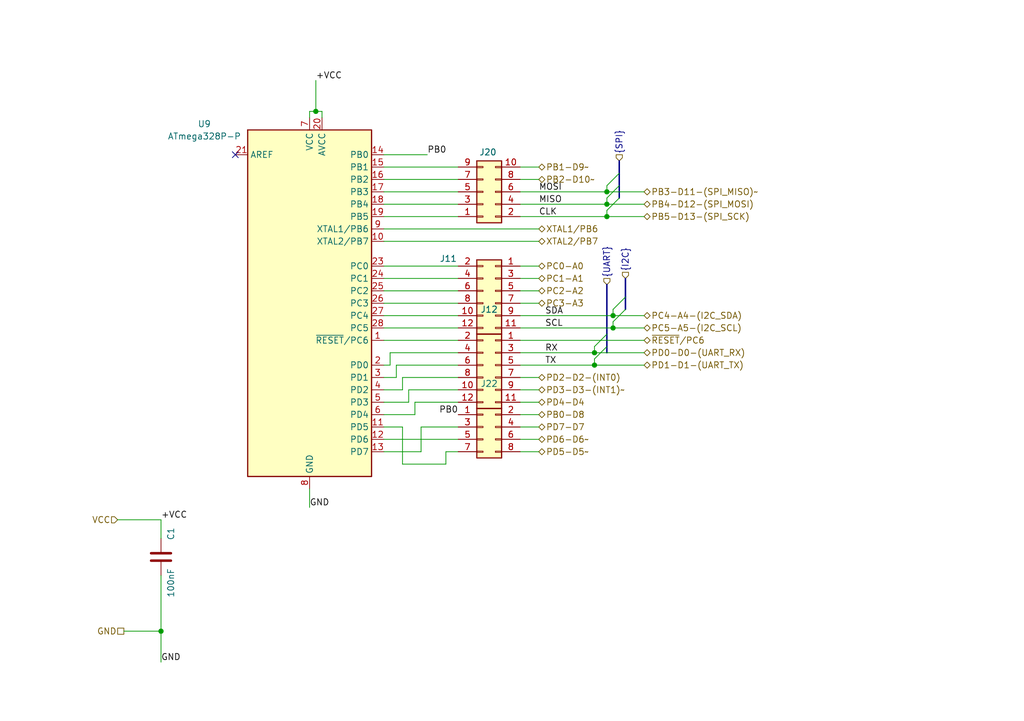
<source format=kicad_sch>
(kicad_sch (version 20231120) (generator "eeschema") (generator_version "8.0")
  (paper "A5")
  (title_block (title "MCU interfaces") (date "2024-04-17") (rev "1.0"))
  (lib_symbols
    (symbol "Connector_Generic:Conn_02x04_Odd_Even" (pin_names (offset 1.016) hide)
      (property "Reference" "J" (at 1.27 5.08 0))
      (property "Value" "Conn_02x04_Odd_Even" (at 1.27 -7.62 0))
      (symbol "Conn_02x04_Odd_Even_1_1"
        (rectangle (start -1.27 -4.953) (end 0 -5.207) (stroke (width 0.1524)))
        (rectangle (start -1.27 -2.413) (end 0 -2.667) (stroke (width 0.1524)))
        (rectangle (start -1.27 0.127) (end 0 -0.127) (stroke (width 0.1524)))
        (rectangle (start -1.27 2.667) (end 0 2.413) (stroke (width 0.1524)))
        (rectangle (start -1.27 3.81) (end 3.81 -6.35) (stroke (width 0.254)) (fill (type background)))
        (rectangle (start 3.81 -4.953) (end 2.54 -5.207) (stroke (width 0.1524)))
        (rectangle (start 3.81 -2.413) (end 2.54 -2.667) (stroke (width 0.1524)))
        (rectangle (start 3.81 0.127) (end 2.54 -0.127) (stroke (width 0.1524)))
        (rectangle (start 3.81 2.667) (end 2.54 2.413) (stroke (width 0.1524)))
        (pin passive line (at -5.08 2.54 0) (length 3.81) (name "Pin_1") (number "1"))
        (pin passive line (at 7.62 2.54 180) (length 3.81) (name "Pin_2") (number "2"))
        (pin passive line (at -5.08 0 0) (length 3.81) (name "Pin_3") (number "3"))
        (pin passive line (at 7.62 0 180) (length 3.81) (name "Pin_4") (number "4"))
        (pin passive line (at -5.08 -2.54 0) (length 3.81) (name "Pin_5") (number "5"))
        (pin passive line (at 7.62 -2.54 180) (length 3.81) (name "Pin_6") (number "6"))
        (pin passive line (at -5.08 -5.08 0) (length 3.81) (name "Pin_7") (number "7"))
        (pin passive line (at 7.62 -5.08 180) (length 3.81) (name "Pin_8") (number "8"))
      )
    )
    (symbol "Connector_Generic:Conn_02x05_Odd_Even" (pin_names (offset 1.016) hide)
      (property "Reference" "J" (at 1.27 7.62 0))
      (property "Value" "Conn_02x05_Odd_Even" (at 1.27 -7.62 0))
      (symbol "Conn_02x05_Odd_Even_1_1"
        (rectangle (start -1.27 -4.953) (end 0 -5.207) (stroke (width 0.1524)))
        (rectangle (start -1.27 -2.413) (end 0 -2.667) (stroke (width 0.1524)))
        (rectangle (start -1.27 0.127) (end 0 -0.127) (stroke (width 0.1524)))
        (rectangle (start -1.27 2.667) (end 0 2.413) (stroke (width 0.1524)))
        (rectangle (start -1.27 5.207) (end 0 4.953) (stroke (width 0.1524)))
        (rectangle (start -1.27 6.35) (end 3.81 -6.35) (stroke (width 0.254)) (fill (type background)))
        (rectangle (start 3.81 -4.953) (end 2.54 -5.207) (stroke (width 0.1524)))
        (rectangle (start 3.81 -2.413) (end 2.54 -2.667) (stroke (width 0.1524)))
        (rectangle (start 3.81 0.127) (end 2.54 -0.127) (stroke (width 0.1524)))
        (rectangle (start 3.81 2.667) (end 2.54 2.413) (stroke (width 0.1524)))
        (rectangle (start 3.81 5.207) (end 2.54 4.953) (stroke (width 0.1524)))
        (pin passive line (at -5.08 5.08 0) (length 3.81) (name "Pin_1") (number "1"))
        (pin passive line (at 7.62 -5.08 180) (length 3.81) (name "Pin_10") (number "10"))
        (pin passive line (at 7.62 5.08 180) (length 3.81) (name "Pin_2") (number "2"))
        (pin passive line (at -5.08 2.54 0) (length 3.81) (name "Pin_3") (number "3"))
        (pin passive line (at 7.62 2.54 180) (length 3.81) (name "Pin_4") (number "4"))
        (pin passive line (at -5.08 0 0) (length 3.81) (name "Pin_5") (number "5"))
        (pin passive line (at 7.62 0 180) (length 3.81) (name "Pin_6") (number "6"))
        (pin passive line (at -5.08 -2.54 0) (length 3.81) (name "Pin_7") (number "7"))
        (pin passive line (at 7.62 -2.54 180) (length 3.81) (name "Pin_8") (number "8"))
        (pin passive line (at -5.08 -5.08 0) (length 3.81) (name "Pin_9") (number "9"))
      )
    )
    (symbol "Connector_Generic:Conn_02x06_Odd_Even" (pin_names (offset 1.016) hide)
      (property "Reference" "J" (at 1.27 7.62 0))
      (property "Value" "Conn_02x06_Odd_Even" (at 1.27 -10.16 0))
      (symbol "Conn_02x06_Odd_Even_1_1"
        (rectangle (start -1.27 -7.493) (end 0 -7.747) (stroke (width 0.1524)))
        (rectangle (start -1.27 -4.953) (end 0 -5.207) (stroke (width 0.1524)))
        (rectangle (start -1.27 -2.413) (end 0 -2.667) (stroke (width 0.1524)))
        (rectangle (start -1.27 0.127) (end 0 -0.127) (stroke (width 0.1524)))
        (rectangle (start -1.27 2.667) (end 0 2.413) (stroke (width 0.1524)))
        (rectangle (start -1.27 5.207) (end 0 4.953) (stroke (width 0.1524)))
        (rectangle (start -1.27 6.35) (end 3.81 -8.89) (stroke (width 0.254)) (fill (type background)))
        (rectangle (start 3.81 -7.493) (end 2.54 -7.747) (stroke (width 0.1524)))
        (rectangle (start 3.81 -4.953) (end 2.54 -5.207) (stroke (width 0.1524)))
        (rectangle (start 3.81 -2.413) (end 2.54 -2.667) (stroke (width 0.1524)))
        (rectangle (start 3.81 0.127) (end 2.54 -0.127) (stroke (width 0.1524)))
        (rectangle (start 3.81 2.667) (end 2.54 2.413) (stroke (width 0.1524)))
        (rectangle (start 3.81 5.207) (end 2.54 4.953) (stroke (width 0.1524)))
        (pin passive line (at -5.08 5.08 0) (length 3.81) (name "Pin_1") (number "1"))
        (pin passive line (at 7.62 -5.08 180) (length 3.81) (name "Pin_10") (number "10"))
        (pin passive line (at -5.08 -7.62 0) (length 3.81) (name "Pin_11") (number "11"))
        (pin passive line (at 7.62 -7.62 180) (length 3.81) (name "Pin_12") (number "12"))
        (pin passive line (at 7.62 5.08 180) (length 3.81) (name "Pin_2") (number "2"))
        (pin passive line (at -5.08 2.54 0) (length 3.81) (name "Pin_3") (number "3"))
        (pin passive line (at 7.62 2.54 180) (length 3.81) (name "Pin_4") (number "4"))
        (pin passive line (at -5.08 0 0) (length 3.81) (name "Pin_5") (number "5"))
        (pin passive line (at 7.62 0 180) (length 3.81) (name "Pin_6") (number "6"))
        (pin passive line (at -5.08 -2.54 0) (length 3.81) (name "Pin_7") (number "7"))
        (pin passive line (at 7.62 -2.54 180) (length 3.81) (name "Pin_8") (number "8"))
        (pin passive line (at -5.08 -5.08 0) (length 3.81) (name "Pin_9") (number "9"))
      )
    )
    (symbol "Device:C" (pin_numbers hide) (pin_names (offset 0.254))
      (property "Reference" "C" (at 0.635 2.54 0))
      (property "Value" "C" (at 0.635 -2.54 0))
      (symbol "C_0_1"
        (polyline (pts (xy -2.032 -0.762) (xy 2.032 -0.762)) (stroke (width 0.508)))
        (polyline (pts (xy -2.032 0.762) (xy 2.032 0.762)) (stroke (width 0.508)))
      )
      (symbol "C_1_1"
        (pin passive line (at 0 3.81 270) (length 2.794) (name "~") (number "1"))
        (pin passive line (at 0 -3.81 90) (length 2.794) (name "~") (number "2"))
      )
    )
    (symbol "MCU_Microchip_ATmega:ATmega328P-P"
      (property "Reference" "U" (at -12.7 36.83 0))
      (property "Value" "ATmega328P-P" (at 2.54 -36.83 0))
      (symbol "ATmega328P-P_0_1"
        (rectangle (start -12.7 -35.56) (end 12.7 35.56) (stroke (width 0.254)) (fill (type background)))
      )
      (symbol "ATmega328P-P_1_1"
        (pin bidirectional line (at 15.24 -7.62 180) (length 2.54) (name "~{RESET}/PC6") (number "1"))
        (pin bidirectional line (at 15.24 12.7 180) (length 2.54) (name "XTAL2/PB7") (number "10"))
        (pin bidirectional line (at 15.24 -25.4 180) (length 2.54) (name "PD5") (number "11"))
        (pin bidirectional line (at 15.24 -27.94 180) (length 2.54) (name "PD6") (number "12"))
        (pin bidirectional line (at 15.24 -30.48 180) (length 2.54) (name "PD7") (number "13"))
        (pin bidirectional line (at 15.24 30.48 180) (length 2.54) (name "PB0") (number "14"))
        (pin bidirectional line (at 15.24 27.94 180) (length 2.54) (name "PB1") (number "15"))
        (pin bidirectional line (at 15.24 25.4 180) (length 2.54) (name "PB2") (number "16"))
        (pin bidirectional line (at 15.24 22.86 180) (length 2.54) (name "PB3") (number "17"))
        (pin bidirectional line (at 15.24 20.32 180) (length 2.54) (name "PB4") (number "18"))
        (pin bidirectional line (at 15.24 17.78 180) (length 2.54) (name "PB5") (number "19"))
        (pin bidirectional line (at 15.24 -12.7 180) (length 2.54) (name "PD0") (number "2"))
        (pin power_in line (at 2.54 38.1 270) (length 2.54) (name "AVCC") (number "20"))
        (pin passive line (at -15.24 30.48 0) (length 2.54) (name "AREF") (number "21"))
        (pin passive line (at 0 -38.1 90) (length 2.54) hide (name "GND") (number "22"))
        (pin bidirectional line (at 15.24 7.62 180) (length 2.54) (name "PC0") (number "23"))
        (pin bidirectional line (at 15.24 5.08 180) (length 2.54) (name "PC1") (number "24"))
        (pin bidirectional line (at 15.24 2.54 180) (length 2.54) (name "PC2") (number "25"))
        (pin bidirectional line (at 15.24 0 180) (length 2.54) (name "PC3") (number "26"))
        (pin bidirectional line (at 15.24 -2.54 180) (length 2.54) (name "PC4") (number "27"))
        (pin bidirectional line (at 15.24 -5.08 180) (length 2.54) (name "PC5") (number "28"))
        (pin bidirectional line (at 15.24 -15.24 180) (length 2.54) (name "PD1") (number "3"))
        (pin bidirectional line (at 15.24 -17.78 180) (length 2.54) (name "PD2") (number "4"))
        (pin bidirectional line (at 15.24 -20.32 180) (length 2.54) (name "PD3") (number "5"))
        (pin bidirectional line (at 15.24 -22.86 180) (length 2.54) (name "PD4") (number "6"))
        (pin power_in line (at 0 38.1 270) (length 2.54) (name "VCC") (number "7"))
        (pin power_in line (at 0 -38.1 90) (length 2.54) (name "GND") (number "8"))
        (pin bidirectional line (at 15.24 15.24 180) (length 2.54) (name "XTAL1/PB6") (number "9"))
      )
    )
  )
  (junction (at 124.46 39.37))
  (junction (at 64.77 22.86))
  (junction (at 124.46 44.45))
  (junction (at 121.92 74.93))
  (junction (at 124.46 41.91))
  (junction (at 33.02 129.54))
  (junction (at 121.92 72.39))
  (junction (at 125.73 67.31))
  (junction (at 125.73 64.77))
  (no_connect (at 48.26 31.75))
  (bus_entry (at 124.46 40.64) (size 2.54 -2.54))
  (bus_entry (at 125.73 63.5) (size 2.54 -2.54))
  (bus_entry (at 124.46 43.18) (size 2.54 -2.54))
  (bus_entry (at 124.46 38.1) (size 2.54 -2.54))
  (bus_entry (at 125.73 66.04) (size 2.54 -2.54))
  (bus_entry (at 124.46 71.12) (size -2.54 2.54))
  (bus_entry (at 124.46 68.58) (size -2.54 2.54))
  (wire (pts (xy 78.74 39.37) (xy 93.98 39.37)))
  (wire (pts (xy 78.74 46.99) (xy 110.49 46.99)))
  (wire (pts (xy 106.68 90.17) (xy 110.49 90.17)))
  (wire (pts (xy 125.73 67.31) (xy 132.08 67.31)))
  (wire (pts (xy 78.74 54.61) (xy 93.98 54.61)))
  (wire (pts (xy 78.74 36.83) (xy 93.98 36.83)))
  (wire (pts (xy 106.68 59.69) (xy 110.49 59.69)))
  (wire (pts (xy 106.68 85.09) (xy 110.49 85.09)))
  (wire (pts (xy 78.74 92.71) (xy 86.36 92.71)))
  (wire (pts (xy 25.4 129.54) (xy 33.02 129.54)))
  (wire (pts (xy 106.68 67.31) (xy 125.73 67.31)))
  (wire (pts (xy 82.55 87.63) (xy 82.55 95.25)))
  (wire (pts (xy 66.04 22.86) (xy 66.04 24.13)))
  (wire (pts (xy 78.74 49.53) (xy 110.49 49.53)))
  (bus (pts (xy 128.27 60.96) (xy 128.27 63.5)))
  (wire (pts (xy 78.74 90.17) (xy 93.98 90.17)))
  (wire (pts (xy 78.74 67.31) (xy 93.98 67.31)))
  (wire (pts (xy 106.68 62.23) (xy 110.49 62.23)))
  (wire (pts (xy 106.68 72.39) (xy 121.92 72.39)))
  (wire (pts (xy 78.74 34.29) (xy 93.98 34.29)))
  (wire (pts (xy 106.68 36.83) (xy 110.49 36.83)))
  (wire (pts (xy 78.74 87.63) (xy 82.55 87.63)))
  (wire (pts (xy 63.5 22.86) (xy 64.77 22.86)))
  (wire (pts (xy 106.68 77.47) (xy 110.49 77.47)))
  (wire (pts (xy 86.36 87.63) (xy 93.98 87.63)))
  (wire (pts (xy 80.01 72.39) (xy 93.98 72.39)))
  (wire (pts (xy 83.82 80.01) (xy 93.98 80.01)))
  (wire (pts (xy 78.74 85.09) (xy 85.09 85.09)))
  (wire (pts (xy 78.74 41.91) (xy 93.98 41.91)))
  (wire (pts (xy 106.68 92.71) (xy 110.49 92.71)))
  (wire (pts (xy 81.28 74.93) (xy 93.98 74.93)))
  (wire (pts (xy 85.09 85.09) (xy 85.09 82.55)))
  (wire (pts (xy 78.74 80.01) (xy 82.55 80.01)))
  (wire (pts (xy 124.46 44.45) (xy 132.08 44.45)))
  (wire (pts (xy 78.74 31.75) (xy 87.63 31.75)))
  (wire (pts (xy 121.92 73.66) (xy 121.92 74.93)))
  (wire (pts (xy 63.5 104.14) (xy 63.5 100.33)))
  (bus (pts (xy 124.46 58.42) (xy 124.46 68.58)))
  (wire (pts (xy 33.02 129.54) (xy 33.02 135.89)))
  (wire (pts (xy 78.74 62.23) (xy 93.98 62.23)))
  (wire (pts (xy 106.68 87.63) (xy 110.49 87.63)))
  (wire (pts (xy 86.36 92.71) (xy 86.36 87.63)))
  (wire (pts (xy 33.02 106.68) (xy 33.02 110.49)))
  (wire (pts (xy 33.02 118.11) (xy 33.02 129.54)))
  (wire (pts (xy 85.09 82.55) (xy 93.98 82.55)))
  (wire (pts (xy 121.92 74.93) (xy 132.08 74.93)))
  (wire (pts (xy 106.68 39.37) (xy 124.46 39.37)))
  (wire (pts (xy 124.46 41.91) (xy 132.08 41.91)))
  (wire (pts (xy 78.74 69.85) (xy 93.98 69.85)))
  (bus (pts (xy 124.46 71.12) (xy 124.46 72.39)))
  (wire (pts (xy 106.68 69.85) (xy 132.08 69.85)))
  (wire (pts (xy 78.74 64.77) (xy 93.98 64.77)))
  (wire (pts (xy 106.68 80.01) (xy 110.49 80.01)))
  (wire (pts (xy 78.74 59.69) (xy 93.98 59.69)))
  (wire (pts (xy 124.46 39.37) (xy 132.08 39.37)))
  (wire (pts (xy 78.74 74.93) (xy 80.01 74.93)))
  (wire (pts (xy 64.77 22.86) (xy 66.04 22.86)))
  (wire (pts (xy 106.68 54.61) (xy 110.49 54.61)))
  (wire (pts (xy 82.55 95.25) (xy 91.44 95.25)))
  (wire (pts (xy 106.68 82.55) (xy 110.49 82.55)))
  (wire (pts (xy 82.55 80.01) (xy 82.55 77.47)))
  (wire (pts (xy 82.55 77.47) (xy 93.98 77.47)))
  (wire (pts (xy 106.68 57.15) (xy 110.49 57.15)))
  (bus (pts (xy 127 35.56) (xy 127 38.1)))
  (wire (pts (xy 63.5 22.86) (xy 63.5 24.13)))
  (wire (pts (xy 106.68 41.91) (xy 124.46 41.91)))
  (wire (pts (xy 80.01 74.93) (xy 80.01 72.39)))
  (bus (pts (xy 127 38.1) (xy 127 40.64)))
  (bus (pts (xy 128.27 57.15) (xy 128.27 60.96)))
  (wire (pts (xy 125.73 64.77) (xy 132.08 64.77)))
  (wire (pts (xy 78.74 82.55) (xy 83.82 82.55)))
  (wire (pts (xy 83.82 82.55) (xy 83.82 80.01)))
  (wire (pts (xy 124.46 40.64) (xy 124.46 41.91)))
  (wire (pts (xy 124.46 38.1) (xy 124.46 39.37)))
  (wire (pts (xy 124.46 43.18) (xy 124.46 44.45)))
  (wire (pts (xy 64.77 16.51) (xy 64.77 22.86)))
  (bus (pts (xy 127 33.02) (xy 127 35.56)))
  (wire (pts (xy 78.74 57.15) (xy 93.98 57.15)))
  (wire (pts (xy 91.44 92.71) (xy 93.98 92.71)))
  (bus (pts (xy 124.46 68.58) (xy 124.46 71.12)))
  (wire (pts (xy 78.74 44.45) (xy 93.98 44.45)))
  (wire (pts (xy 91.44 95.25) (xy 91.44 92.71)))
  (wire (pts (xy 24.13 106.68) (xy 33.02 106.68)))
  (wire (pts (xy 81.28 77.47) (xy 81.28 74.93)))
  (wire (pts (xy 106.68 74.93) (xy 121.92 74.93)))
  (wire (pts (xy 125.73 63.5) (xy 125.73 64.77)))
  (wire (pts (xy 106.68 64.77) (xy 125.73 64.77)))
  (wire (pts (xy 106.68 44.45) (xy 124.46 44.45)))
  (wire (pts (xy 125.73 66.04) (xy 125.73 67.31)))
  (wire (pts (xy 121.92 72.39) (xy 132.08 72.39)))
  (wire (pts (xy 121.92 71.12) (xy 121.92 72.39)))
  (wire (pts (xy 106.68 34.29) (xy 110.49 34.29)))
  (wire (pts (xy 78.74 77.47) (xy 81.28 77.47)))
  (label "SCL" (at 111.76 67.31 0))
  (label "PB0" (at 93.98 85.09 180))
  (label "RX" (at 111.76 72.39 0))
  (label "MISO" (at 110.49 41.91 0))
  (label "GND" (at 33.02 135.89 0))
  (label "MOSI" (at 110.49 39.37 0))
  (label "CLK" (at 110.49 44.45 0))
  (label "SDA" (at 111.76 64.77 0))
  (label "+VCC" (at 64.77 16.51 0))
  (label "PB0" (at 87.63 31.75 0))
  (label "TX" (at 111.76 74.93 0))
  (label "+VCC" (at 33.02 106.68 0))
  (label "GND" (at 63.5 104.14 0))
  (hierarchical_label "PB0-D8" (shape bidirectional) (at 110.49 85.09 0))
  (hierarchical_label "GND" (shape passive) (at 25.4 129.54 180))
  (hierarchical_label "PC4-A4-(I2C_SDA)" (shape bidirectional) (at 132.08 64.77 0))
  (hierarchical_label "PC1-A1" (shape bidirectional) (at 110.49 57.15 0))
  (hierarchical_label "PB1-D9~" (shape bidirectional) (at 110.49 34.29 0))
  (hierarchical_label "PD5-D5~" (shape bidirectional) (at 110.49 92.71 0))
  (hierarchical_label "PC2-A2" (shape bidirectional) (at 110.49 59.69 0))
  (hierarchical_label "PD0-D0-(UART_RX)" (shape bidirectional) (at 132.08 72.39 0))
  (hierarchical_label "{SPI}" (shape input) (at 127 33.02 90))
  (hierarchical_label "PC5-A5-(I2C_SCL)" (shape bidirectional) (at 132.08 67.31 0))
  (hierarchical_label "PB4-D12-(SPI_MOSI)" (shape bidirectional) (at 132.08 41.91 0))
  (hierarchical_label "PC3-A3" (shape bidirectional) (at 110.49 62.23 0))
  (hierarchical_label "XTAL1/PB6" (shape bidirectional) (at 110.49 46.99 0))
  (hierarchical_label "PB2-D10~" (shape bidirectional) (at 110.49 36.83 0))
  (hierarchical_label "PB5-D13-(SPI_SCK)" (shape bidirectional) (at 132.08 44.45 0))
  (hierarchical_label "PD6-D6~" (shape bidirectional) (at 110.49 90.17 0))
  (hierarchical_label "PD2-D2-(INT0)" (shape bidirectional) (at 110.49 77.47 0))
  (hierarchical_label "PC0-A0" (shape bidirectional) (at 110.49 54.61 0))
  (hierarchical_label "{UART}" (shape input) (at 124.46 58.42 90))
  (hierarchical_label "PD7-D7" (shape bidirectional) (at 110.49 87.63 0))
  (hierarchical_label "PD4-D4" (shape bidirectional) (at 110.49 82.55 0))
  (hierarchical_label "PD1-D1-(UART_TX)" (shape bidirectional) (at 132.08 74.93 0))
  (hierarchical_label "PD3-D3-(INT1)~" (shape bidirectional) (at 110.49 80.01 0))
  (hierarchical_label "XTAL2/PB7" (shape bidirectional) (at 110.49 49.53 0))
  (hierarchical_label "PB3-D11-(SPI_MISO)~" (shape bidirectional) (at 132.08 39.37 0))
  (hierarchical_label "~{RESET}/PC6" (shape bidirectional) (at 132.08 69.85 0))
  (hierarchical_label "{I2C}" (shape input) (at 128.27 57.15 90))
  (hierarchical_label "VCC" (shape input) (at 24.13 106.68 180))
  (symbol (lib_id "Connector_Generic:Conn_02x06_Odd_Even") (at 101.6 59.69 0) (mirror y) (unit 1)
    (property "Reference" "J20" (at 100.076 31.242 0))
    (property "Value" "Conn_02x06_Odd_Even" (effects (hide yes)))
    (property "Footprint" "Connector_PinHeader_2.54mm:PinHeader_2x06_P2.54mm_Vertical" (effects (hide yes)))
    (property "Description" "Generic connector, double row, 02x06, odd/even pin numbering scheme (row 1 odd numbers, row 2 even numbers), script generated (kicad-library-utils/schlib/autogen/connector/)" (effects (hide yes)))
  )
  (symbol (lib_id "Connector_Generic:Conn_02x05_Odd_Even") (at 99.06 39.37 0) (mirror x) (unit 1)
    (property "Reference" "J11" (at 91.948 53.086 0))
    (property "Value" "Conn_02x05_Odd_Even" (effects (hide yes)))
    (property "Footprint" "Connector_PinHeader_2.54mm:PinHeader_2x05_P2.54mm_Vertical" (effects (hide yes)))
    (property "Description" "Generic connector, double row, 02x05, odd/even pin numbering scheme (row 1 odd numbers, row 2 even numbers), script generated (kicad-library-utils/schlib/autogen/connector/)" (effects (hide yes)))
  )
  (symbol (lib_id "MCU_Microchip_ATmega:ATmega328P-P") (at 63.5 62.23 0) (unit 1) (exclude_from_sim yes)
    (property "Reference" "U9" (at 41.91 25.4314 0))
    (property "Value" "ATmega328P-P" (at 41.91 27.9714 0))
    (property "Footprint" "Package_DIP:DIP-28_W7.62mm_Socket" (effects (hide yes)))
    (property "Datasheet" "http://ww1.microchip.com/downloads/en/DeviceDoc/ATmega328_P%20AVR%20MCU%20with%20picoPower%20Technology%20Data%20Sheet%2040001984A.pdf" (effects (hide yes)))
  )
  (symbol (lib_id "Connector_Generic:Conn_02x04_Odd_Even") (at 99.06 87.63 0) (unit 1)
    (property "Reference" "J22" (at 100.33 78.74 0))
    (property "Value" "Conn_02x04_Odd_Even" (effects (hide yes)))
    (property "Footprint" "Connector_PinHeader_2.54mm:PinHeader_2x04_P2.54mm_Vertical" (effects (hide yes)))
    (property "Description" "Generic connector, double row, 02x04, odd/even pin numbering scheme (row 1 odd numbers, row 2 even numbers), script generated (kicad-library-utils/schlib/autogen/connector/)" (effects (hide yes)))
  )
  (symbol (lib_id "Device:C") (at 33.02 114.3 180) (unit 1)
    (property "Reference" "C1" (at 35.052 108.204 90) (effects (justify left)))
    (property "Value" "100nF" (at 35.052 116.586 90) (effects (justify left)))
    (property "Footprint" "Capacitor_THT:C_Radial_D5.0mm_H11.0mm_P2.00mm" (effects (hide yes)))
  )
  (symbol (lib_id "Connector_Generic:Conn_02x06_Odd_Even") (at 101.6 74.93 0) (mirror y) (unit 1)
    (property "Reference" "J12" (at 100.33 63.5 0))
    (property "Value" "Conn_02x06_Odd_Even" (effects (hide yes)))
    (property "Footprint" "Connector_PinHeader_2.54mm:PinHeader_2x06_P2.54mm_Vertical" (effects (hide yes)))
    (property "Description" "Generic connector, double row, 02x06, odd/even pin numbering scheme (row 1 odd numbers, row 2 even numbers), script generated (kicad-library-utils/schlib/autogen/connector/)" (effects (hide yes)))
  )
)
</source>
